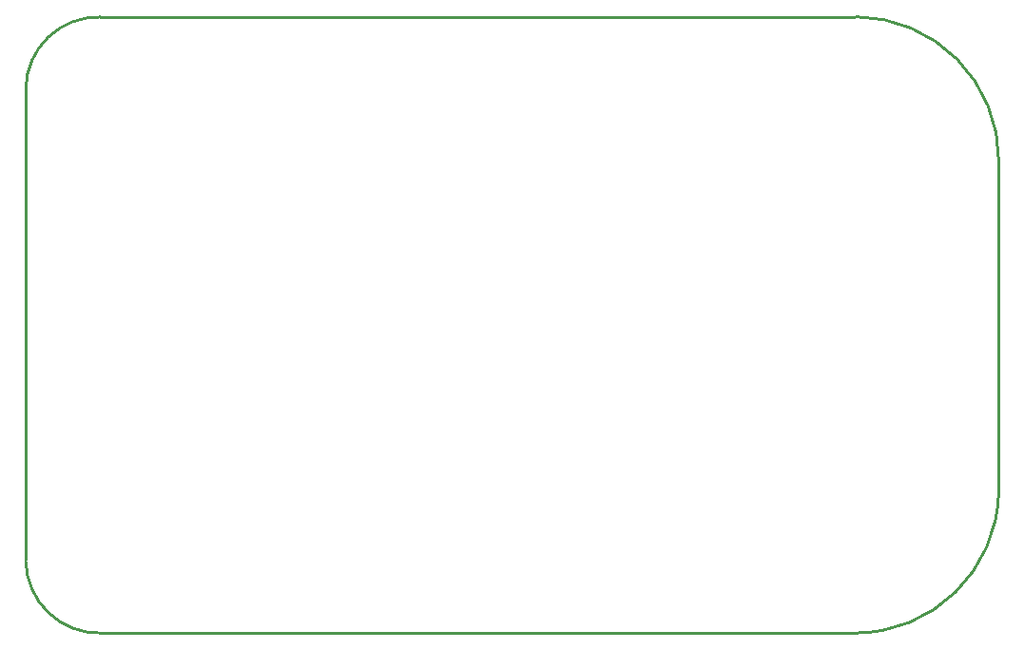
<source format=gko>
G04 Layer_Color=16711935*
%FSLAX43Y43*%
%MOMM*%
G71*
G01*
G75*
%ADD12C,0.254*%
D12*
X136139Y54966D02*
G03*
X149098Y67605I159J12799D01*
G01*
X62460Y61340D02*
G03*
X69144Y54967I6528J155D01*
G01*
X69063Y109855D02*
G03*
X62459Y103530I-140J-6464D01*
G01*
X149098Y97009D02*
G03*
X136391Y109880I-12789J82D01*
G01*
X68989Y54966D02*
X136139D01*
X149098Y67605D02*
Y97092D01*
X69063Y109855D02*
X136304Y109880D01*
X62459Y61496D02*
Y103530D01*
M02*

</source>
